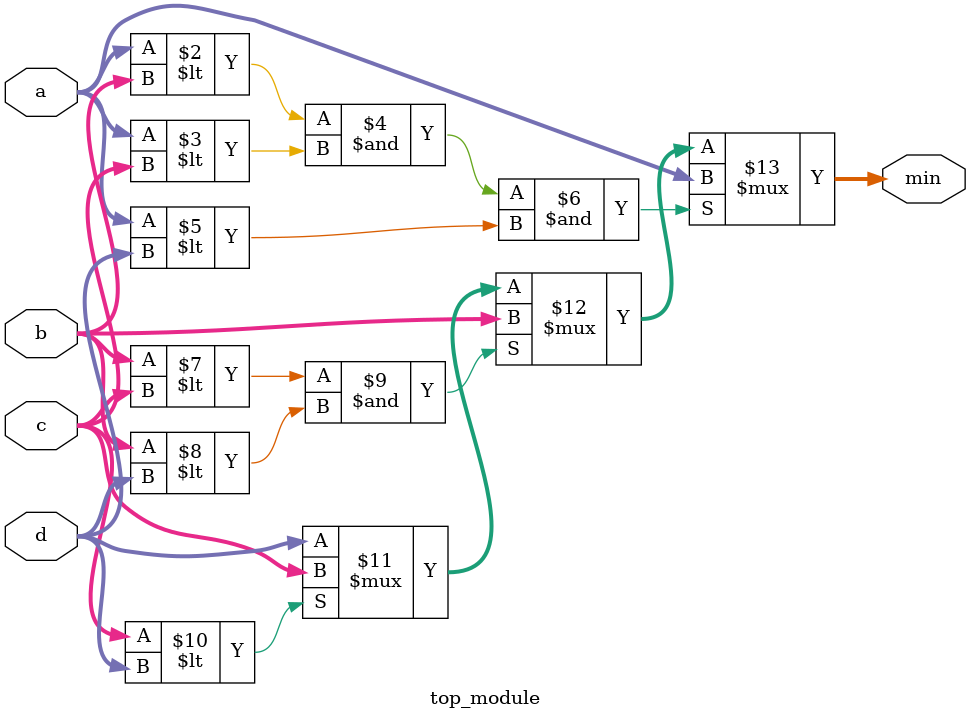
<source format=v>
module top_module (
    input [7:0] a, b, c, d,
    output [7:0] min);//
    always @(*) begin
        min = (((a<b) & (a<c) & (a<d)) ? a :
        		((b<c) & (b<d)) ? b :
                (c<d) ? c : d);
    end
    // assign intermediate_result1 = compare? true: false;

endmodule

</source>
